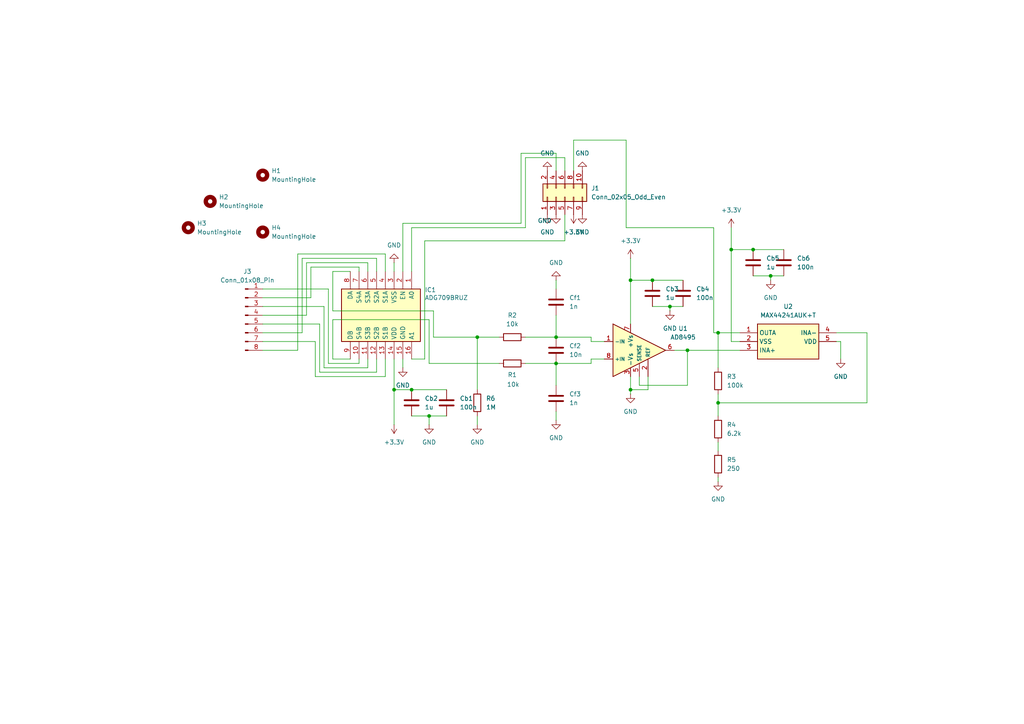
<source format=kicad_sch>
(kicad_sch (version 20231120) (generator "eeschema") (generator_version "8.0")
  (paper "A4")
  (lib_symbols
    (symbol "ADG709BRUZ:ADG709BRUZ"
      (property "Reference" "IC" (at 21.59 7.62 0))
      (property "Value" "ADG709BRUZ" (at 21.59 5.08 0))
      (symbol "ADG709BRUZ_1_1"
        (rectangle (start 5.08 2.54) (end 20.32 -20.32) (stroke (width 0.254)) (fill (type background)))
        (pin passive line (at 0 0 0) (length 5.08) (name "A0") (number "1"))
        (pin passive line (at 25.4 -15.24 180) (length 5.08) (name "S4B") (number "10"))
        (pin passive line (at 25.4 -12.7 180) (length 5.08) (name "S3B") (number "11"))
        (pin passive line (at 25.4 -10.16 180) (length 5.08) (name "S2B") (number "12"))
        (pin passive line (at 25.4 -7.62 180) (length 5.08) (name "S1B") (number "13"))
        (pin passive line (at 25.4 -5.08 180) (length 5.08) (name "VDD") (number "14"))
        (pin passive line (at 25.4 -2.54 180) (length 5.08) (name "GND") (number "15"))
        (pin passive line (at 25.4 0 180) (length 5.08) (name "A1") (number "16"))
        (pin passive line (at 0 -2.54 0) (length 5.08) (name "EN") (number "2"))
        (pin passive line (at 0 -5.08 0) (length 5.08) (name "VSS") (number "3"))
        (pin passive line (at 0 -7.62 0) (length 5.08) (name "S1A") (number "4"))
        (pin passive line (at 0 -10.16 0) (length 5.08) (name "S2A") (number "5"))
        (pin passive line (at 0 -12.7 0) (length 5.08) (name "S3A") (number "6"))
        (pin passive line (at 0 -15.24 0) (length 5.08) (name "S4A") (number "7"))
        (pin passive line (at 0 -17.78 0) (length 5.08) (name "DA") (number "8"))
        (pin passive line (at 25.4 -17.78 180) (length 5.08) (name "DB") (number "9"))
      )
    )
    (symbol "Connector:Conn_01x08_Pin" (pin_names (offset 1.016) hide)
      (property "Reference" "J" (at 0 10.16 0))
      (property "Value" "Conn_01x08_Pin" (at 0 -12.7 0))
      (symbol "Conn_01x08_Pin_1_1"
        (polyline (pts (xy 1.27 -10.16) (xy 0.8636 -10.16)) (stroke (width 0.1524)))
        (polyline (pts (xy 1.27 -7.62) (xy 0.8636 -7.62)) (stroke (width 0.1524)))
        (polyline (pts (xy 1.27 -5.08) (xy 0.8636 -5.08)) (stroke (width 0.1524)))
        (polyline (pts (xy 1.27 -2.54) (xy 0.8636 -2.54)) (stroke (width 0.1524)))
        (polyline (pts (xy 1.27 0) (xy 0.8636 0)) (stroke (width 0.1524)))
        (polyline (pts (xy 1.27 2.54) (xy 0.8636 2.54)) (stroke (width 0.1524)))
        (polyline (pts (xy 1.27 5.08) (xy 0.8636 5.08)) (stroke (width 0.1524)))
        (polyline (pts (xy 1.27 7.62) (xy 0.8636 7.62)) (stroke (width 0.1524)))
        (rectangle (start 0.8636 -10.033) (end 0 -10.287) (stroke (width 0.1524)) (fill (type outline)))
        (rectangle (start 0.8636 -7.493) (end 0 -7.747) (stroke (width 0.1524)) (fill (type outline)))
        (rectangle (start 0.8636 -4.953) (end 0 -5.207) (stroke (width 0.1524)) (fill (type outline)))
        (rectangle (start 0.8636 -2.413) (end 0 -2.667) (stroke (width 0.1524)) (fill (type outline)))
        (rectangle (start 0.8636 0.127) (end 0 -0.127) (stroke (width 0.1524)) (fill (type outline)))
        (rectangle (start 0.8636 2.667) (end 0 2.413) (stroke (width 0.1524)) (fill (type outline)))
        (rectangle (start 0.8636 5.207) (end 0 4.953) (stroke (width 0.1524)) (fill (type outline)))
        (rectangle (start 0.8636 7.747) (end 0 7.493) (stroke (width 0.1524)) (fill (type outline)))
        (pin passive line (at 5.08 7.62 180) (length 3.81) (name "Pin_1") (number "1"))
        (pin passive line (at 5.08 5.08 180) (length 3.81) (name "Pin_2") (number "2"))
        (pin passive line (at 5.08 2.54 180) (length 3.81) (name "Pin_3") (number "3"))
        (pin passive line (at 5.08 0 180) (length 3.81) (name "Pin_4") (number "4"))
        (pin passive line (at 5.08 -2.54 180) (length 3.81) (name "Pin_5") (number "5"))
        (pin passive line (at 5.08 -5.08 180) (length 3.81) (name "Pin_6") (number "6"))
        (pin passive line (at 5.08 -7.62 180) (length 3.81) (name "Pin_7") (number "7"))
        (pin passive line (at 5.08 -10.16 180) (length 3.81) (name "Pin_8") (number "8"))
      )
    )
    (symbol "Connector_Generic:Conn_02x05_Odd_Even" (pin_names (offset 1.016) hide)
      (property "Reference" "J" (at 1.27 7.62 0))
      (property "Value" "Conn_02x05_Odd_Even" (at 1.27 -7.62 0))
      (symbol "Conn_02x05_Odd_Even_1_1"
        (rectangle (start -1.27 -4.953) (end 0 -5.207) (stroke (width 0.1524)))
        (rectangle (start -1.27 -2.413) (end 0 -2.667) (stroke (width 0.1524)))
        (rectangle (start -1.27 0.127) (end 0 -0.127) (stroke (width 0.1524)))
        (rectangle (start -1.27 2.667) (end 0 2.413) (stroke (width 0.1524)))
        (rectangle (start -1.27 5.207) (end 0 4.953) (stroke (width 0.1524)))
        (rectangle (start -1.27 6.35) (end 3.81 -6.35) (stroke (width 0.254)) (fill (type background)))
        (rectangle (start 3.81 -4.953) (end 2.54 -5.207) (stroke (width 0.1524)))
        (rectangle (start 3.81 -2.413) (end 2.54 -2.667) (stroke (width 0.1524)))
        (rectangle (start 3.81 0.127) (end 2.54 -0.127) (stroke (width 0.1524)))
        (rectangle (start 3.81 2.667) (end 2.54 2.413) (stroke (width 0.1524)))
        (rectangle (start 3.81 5.207) (end 2.54 4.953) (stroke (width 0.1524)))
        (pin passive line (at -5.08 5.08 0) (length 3.81) (name "Pin_1") (number "1"))
        (pin passive line (at 7.62 -5.08 180) (length 3.81) (name "Pin_10") (number "10"))
        (pin passive line (at 7.62 5.08 180) (length 3.81) (name "Pin_2") (number "2"))
        (pin passive line (at -5.08 2.54 0) (length 3.81) (name "Pin_3") (number "3"))
        (pin passive line (at 7.62 2.54 180) (length 3.81) (name "Pin_4") (number "4"))
        (pin passive line (at -5.08 0 0) (length 3.81) (name "Pin_5") (number "5"))
        (pin passive line (at 7.62 0 180) (length 3.81) (name "Pin_6") (number "6"))
        (pin passive line (at -5.08 -2.54 0) (length 3.81) (name "Pin_7") (number "7"))
        (pin passive line (at 7.62 -2.54 180) (length 3.81) (name "Pin_8") (number "8"))
        (pin passive line (at -5.08 -5.08 0) (length 3.81) (name "Pin_9") (number "9"))
      )
    )
    (symbol "Device:C" (pin_numbers hide) (pin_names (offset 0.254))
      (property "Reference" "C" (at 0.635 2.54 0))
      (property "Value" "C" (at 0.635 -2.54 0))
      (symbol "C_0_1"
        (polyline (pts (xy -2.032 -0.762) (xy 2.032 -0.762)) (stroke (width 0.508)))
        (polyline (pts (xy -2.032 0.762) (xy 2.032 0.762)) (stroke (width 0.508)))
      )
      (symbol "C_1_1"
        (pin passive line (at 0 3.81 270) (length 2.794) (name "~") (number "1"))
        (pin passive line (at 0 -3.81 90) (length 2.794) (name "~") (number "2"))
      )
    )
    (symbol "Device:R" (pin_numbers hide) (pin_names (offset 0))
      (property "Reference" "R" (at 2.032 0 90))
      (property "Value" "R" (at 0 0 90))
      (symbol "R_0_1"
        (rectangle (start -1.016 -2.54) (end 1.016 2.54) (stroke (width 0.254)))
      )
      (symbol "R_1_1"
        (pin passive line (at 0 3.81 270) (length 1.27) (name "~") (number "1"))
        (pin passive line (at 0 -3.81 90) (length 1.27) (name "~") (number "2"))
      )
    )
    (symbol "MAX44241AUK+T:MAX44241AUK+T"
      (property "Reference" "IC" (at 24.13 7.62 0))
      (property "Value" "MAX44241AUK+T" (at 24.13 5.08 0))
      (symbol "MAX44241AUK+T_1_1"
        (rectangle (start 5.08 2.54) (end 22.86 -7.62) (stroke (width 0.254)) (fill (type background)))
        (pin passive line (at 0 0 0) (length 5.08) (name "OUTA") (number "1"))
        (pin passive line (at 0 -2.54 0) (length 5.08) (name "VSS") (number "2"))
        (pin passive line (at 0 -5.08 0) (length 5.08) (name "INA+") (number "3"))
        (pin passive line (at 27.94 0 180) (length 5.08) (name "INA-") (number "4"))
        (pin passive line (at 27.94 -2.54 180) (length 5.08) (name "VDD") (number "5"))
      )
    )
    (symbol "Mechanical:MountingHole" (pin_names (offset 1.016)) (exclude_from_sim yes) (in_bom no)
      (property "Reference" "H" (at 0 5.08 0))
      (property "Value" "MountingHole" (at 0 3.175 0))
      (symbol "MountingHole_0_1"
        (circle (center 0 0) (radius 1.27) (stroke (width 1.27)))
      )
    )
    (symbol "Sensor_Temperature:AD8495"
      (property "Reference" "U" (at 5.08 3.81 0))
      (property "Value" "AD8495" (at 8.89 -3.81 0))
      (symbol "AD8495_0_1"
        (polyline (pts (xy -7.62 7.62) (xy 7.62 0) (xy -7.62 -7.62) (xy -7.62 7.62)) (stroke (width 0.254)) (fill (type background)))
      )
      (symbol "AD8495_1_1"
        (pin input line (at -10.16 2.54 0) (length 2.54) (name "-IN") (number "1"))
        (pin input line (at 2.54 -7.62 90) (length 5.08) (name "REF") (number "2"))
        (pin power_in line (at -2.54 -7.62 90) (length 2.54) (name "-Vs") (number "3"))
        (pin no_connect line (at -5.08 0 180) (length 2.54) hide (name "NC") (number "4"))
        (pin passive line (at 0 -7.62 90) (length 3.81) (name "SENSE") (number "5"))
        (pin output line (at 10.16 0 180) (length 2.54) (name "~") (number "6"))
        (pin power_in line (at -2.54 7.62 270) (length 2.54) (name "+Vs") (number "7"))
        (pin input line (at -10.16 -2.54 0) (length 2.54) (name "+IN") (number "8"))
      )
    )
    (symbol "power:+3.3V" (power) (pin_numbers hide) (pin_names (offset 0) hide)
      (property "Value" "+3.3V" (at 0 3.556 0))
      (symbol "+3.3V_0_1"
        (polyline (pts (xy -0.762 1.27) (xy 0 2.54)))
        (polyline (pts (xy 0 0) (xy 0 2.54)))
        (polyline (pts (xy 0 2.54) (xy 0.762 1.27)))
      )
      (symbol "+3.3V_1_1"
        (pin power_in line (at 0 0 90) (length 0) (name "~") (number "1"))
      )
    )
    (symbol "power:GND" (power) (pin_numbers hide) (pin_names (offset 0) hide)
      (property "Value" "GND" (at 0 -3.81 0))
      (symbol "GND_0_1"
        (polyline (pts (xy 0 0) (xy 0 -1.27) (xy 1.27 -1.27) (xy 0 -2.54) (xy -1.27 -1.27) (xy 0 -1.27)))
      )
      (symbol "GND_1_1"
        (pin power_in line (at 0 0 270) (length 0) (name "~") (number "1"))
      )
    )
  )
  (junction (at 199.39 101.6))
  (junction (at 223.52 80.01))
  (junction (at 182.88 113.03))
  (junction (at 218.44 72.39))
  (junction (at 208.28 96.52))
  (junction (at 189.23 81.28))
  (junction (at 182.88 81.28))
  (junction (at 208.28 116.84))
  (junction (at 138.43 97.79))
  (junction (at 119.38 113.03))
  (junction (at 124.46 120.65))
  (junction (at 161.29 105.41))
  (junction (at 161.29 97.79))
  (junction (at 194.31 88.9))
  (junction (at 212.09 72.39))
  (junction (at 114.3 113.03))
  (wire (pts (xy 182.88 113.03) (xy 187.96 113.03)))
  (wire (pts (xy 243.84 99.06) (xy 243.84 104.14)))
  (wire (pts (xy 207.01 96.52) (xy 207.01 66.04)))
  (wire (pts (xy 96.52 92.71) (xy 124.46 92.71)))
  (wire (pts (xy 208.28 138.43) (xy 208.28 139.7)))
  (wire (pts (xy 93.98 106.68) (xy 106.68 106.68)))
  (wire (pts (xy 76.2 96.52) (xy 87.63 96.52)))
  (wire (pts (xy 151.13 44.45) (xy 151.13 64.77)))
  (wire (pts (xy 161.29 119.38) (xy 161.29 121.92)))
  (wire (pts (xy 87.63 96.52) (xy 87.63 74.93)))
  (wire (pts (xy 114.3 113.03) (xy 119.38 113.03)))
  (wire (pts (xy 194.31 88.9) (xy 194.31 90.17)))
  (wire (pts (xy 95.25 83.82) (xy 95.25 105.41)))
  (wire (pts (xy 123.19 104.14) (xy 123.19 69.85)))
  (wire (pts (xy 163.83 49.53) (xy 163.83 45.72)))
  (wire (pts (xy 242.57 99.06) (xy 243.84 99.06)))
  (wire (pts (xy 96.52 104.14) (xy 101.6 104.14)))
  (wire (pts (xy 106.68 76.2) (xy 106.68 78.74)))
  (wire (pts (xy 124.46 92.71) (xy 124.46 105.41)))
  (wire (pts (xy 181.61 66.04) (xy 207.01 66.04)))
  (wire (pts (xy 95.25 105.41) (xy 104.14 105.41)))
  (wire (pts (xy 182.88 81.28) (xy 189.23 81.28)))
  (wire (pts (xy 124.46 120.65) (xy 124.46 123.19)))
  (wire (pts (xy 207.01 96.52) (xy 208.28 96.52)))
  (wire (pts (xy 88.9 76.2) (xy 106.68 76.2)))
  (wire (pts (xy 251.46 96.52) (xy 251.46 116.84)))
  (wire (pts (xy 189.23 81.28) (xy 198.12 81.28)))
  (wire (pts (xy 208.28 116.84) (xy 208.28 120.65)))
  (wire (pts (xy 214.63 99.06) (xy 212.09 99.06)))
  (wire (pts (xy 125.73 97.79) (xy 138.43 97.79)))
  (wire (pts (xy 208.28 96.52) (xy 214.63 96.52)))
  (wire (pts (xy 152.4 45.72) (xy 152.4 66.04)))
  (wire (pts (xy 152.4 45.72) (xy 163.83 45.72)))
  (wire (pts (xy 161.29 105.41) (xy 171.45 105.41)))
  (wire (pts (xy 152.4 105.41) (xy 161.29 105.41)))
  (wire (pts (xy 187.96 109.22) (xy 187.96 113.03)))
  (wire (pts (xy 119.38 78.74) (xy 119.38 66.04)))
  (wire (pts (xy 161.29 44.45) (xy 161.29 49.53)))
  (wire (pts (xy 195.58 101.6) (xy 199.39 101.6)))
  (wire (pts (xy 96.52 78.74) (xy 96.52 90.17)))
  (wire (pts (xy 161.29 91.44) (xy 161.29 97.79)))
  (wire (pts (xy 119.38 104.14) (xy 123.19 104.14)))
  (wire (pts (xy 116.84 64.77) (xy 116.84 78.74)))
  (wire (pts (xy 109.22 107.95) (xy 109.22 104.14)))
  (wire (pts (xy 104.14 105.41) (xy 104.14 104.14)))
  (wire (pts (xy 124.46 105.41) (xy 144.78 105.41)))
  (wire (pts (xy 101.6 78.74) (xy 96.52 78.74)))
  (wire (pts (xy 76.2 101.6) (xy 86.36 101.6)))
  (wire (pts (xy 90.17 77.47) (xy 104.14 77.47)))
  (wire (pts (xy 182.88 113.03) (xy 182.88 114.3)))
  (wire (pts (xy 106.68 106.68) (xy 106.68 104.14)))
  (wire (pts (xy 175.26 99.06) (xy 171.45 99.06)))
  (wire (pts (xy 104.14 77.47) (xy 104.14 78.74)))
  (wire (pts (xy 212.09 66.04) (xy 212.09 72.39)))
  (wire (pts (xy 161.29 44.45) (xy 151.13 44.45)))
  (wire (pts (xy 223.52 80.01) (xy 227.33 80.01)))
  (wire (pts (xy 199.39 111.76) (xy 199.39 101.6)))
  (wire (pts (xy 76.2 91.44) (xy 88.9 91.44)))
  (wire (pts (xy 161.29 97.79) (xy 171.45 97.79)))
  (wire (pts (xy 223.52 80.01) (xy 223.52 81.28)))
  (wire (pts (xy 76.2 99.06) (xy 91.44 99.06)))
  (wire (pts (xy 111.76 73.66) (xy 111.76 78.74)))
  (wire (pts (xy 194.31 88.9) (xy 198.12 88.9)))
  (wire (pts (xy 185.42 109.22) (xy 185.42 111.76)))
  (wire (pts (xy 208.28 114.3) (xy 208.28 116.84)))
  (wire (pts (xy 208.28 116.84) (xy 251.46 116.84)))
  (wire (pts (xy 212.09 72.39) (xy 212.09 99.06)))
  (wire (pts (xy 199.39 101.6) (xy 214.63 101.6)))
  (wire (pts (xy 92.71 93.98) (xy 92.71 107.95)))
  (wire (pts (xy 111.76 109.22) (xy 111.76 104.14)))
  (wire (pts (xy 76.2 83.82) (xy 95.25 83.82)))
  (wire (pts (xy 119.38 120.65) (xy 124.46 120.65)))
  (wire (pts (xy 76.2 88.9) (xy 93.98 88.9)))
  (wire (pts (xy 138.43 97.79) (xy 138.43 113.03)))
  (wire (pts (xy 119.38 113.03) (xy 129.54 113.03)))
  (wire (pts (xy 218.44 72.39) (xy 227.33 72.39)))
  (wire (pts (xy 161.29 81.28) (xy 161.29 83.82)))
  (wire (pts (xy 96.52 90.17) (xy 125.73 90.17)))
  (wire (pts (xy 93.98 88.9) (xy 93.98 106.68)))
  (wire (pts (xy 171.45 104.14) (xy 171.45 105.41)))
  (wire (pts (xy 91.44 109.22) (xy 111.76 109.22)))
  (wire (pts (xy 185.42 111.76) (xy 199.39 111.76)))
  (wire (pts (xy 151.13 64.77) (xy 116.84 64.77)))
  (wire (pts (xy 90.17 86.36) (xy 90.17 77.47)))
  (wire (pts (xy 109.22 74.93) (xy 109.22 78.74)))
  (wire (pts (xy 116.84 104.14) (xy 116.84 106.68)))
  (wire (pts (xy 163.83 62.23) (xy 163.83 69.85)))
  (wire (pts (xy 161.29 105.41) (xy 161.29 111.76)))
  (wire (pts (xy 166.37 40.64) (xy 181.61 40.64)))
  (wire (pts (xy 125.73 90.17) (xy 125.73 97.79)))
  (wire (pts (xy 119.38 66.04) (xy 152.4 66.04)))
  (wire (pts (xy 189.23 88.9) (xy 194.31 88.9)))
  (wire (pts (xy 163.83 69.85) (xy 123.19 69.85)))
  (wire (pts (xy 96.52 104.14) (xy 96.52 92.71)))
  (wire (pts (xy 114.3 76.2) (xy 114.3 78.74)))
  (wire (pts (xy 86.36 73.66) (xy 86.36 101.6)))
  (wire (pts (xy 76.2 86.36) (xy 90.17 86.36)))
  (wire (pts (xy 88.9 91.44) (xy 88.9 76.2)))
  (wire (pts (xy 171.45 99.06) (xy 171.45 97.79)))
  (wire (pts (xy 242.57 96.52) (xy 251.46 96.52)))
  (wire (pts (xy 182.88 81.28) (xy 182.88 93.98)))
  (wire (pts (xy 181.61 40.64) (xy 181.61 66.04)))
  (wire (pts (xy 166.37 49.53) (xy 166.37 40.64)))
  (wire (pts (xy 212.09 72.39) (xy 218.44 72.39)))
  (wire (pts (xy 182.88 74.93) (xy 182.88 81.28)))
  (wire (pts (xy 76.2 93.98) (xy 92.71 93.98)))
  (wire (pts (xy 114.3 104.14) (xy 114.3 113.03)))
  (wire (pts (xy 152.4 97.79) (xy 161.29 97.79)))
  (wire (pts (xy 218.44 80.01) (xy 223.52 80.01)))
  (wire (pts (xy 114.3 113.03) (xy 114.3 123.19)))
  (wire (pts (xy 138.43 97.79) (xy 144.78 97.79)))
  (wire (pts (xy 182.88 109.22) (xy 182.88 113.03)))
  (wire (pts (xy 91.44 99.06) (xy 91.44 109.22)))
  (wire (pts (xy 208.28 128.27) (xy 208.28 130.81)))
  (wire (pts (xy 175.26 104.14) (xy 171.45 104.14)))
  (wire (pts (xy 138.43 120.65) (xy 138.43 123.19)))
  (wire (pts (xy 87.63 74.93) (xy 109.22 74.93)))
  (wire (pts (xy 92.71 107.95) (xy 109.22 107.95)))
  (wire (pts (xy 208.28 106.68) (xy 208.28 96.52)))
  (wire (pts (xy 124.46 120.65) (xy 129.54 120.65)))
  (wire (pts (xy 111.76 73.66) (xy 86.36 73.66)))
  (symbol (lib_id "power:+3.3V") (at 182.88 74.93 0) (unit 1)
    (property "Reference" "#PWR014" (effects (hide yes)))
    (property "Value" "+3.3V" (at 182.88 69.85 0))
    (property "Description" "Power symbol creates a global label with name \"+3.3V\"" (effects (hide yes)))
  )
  (symbol (lib_id "power:GND") (at 158.75 62.23 0) (unit 1)
    (property "Reference" "#PWR011" (effects (hide yes)))
    (property "Value" "GND" (at 158.75 67.31 0))
    (property "Description" "Power symbol creates a global label with name \"GND\" , ground" (effects (hide yes)))
  )
  (symbol (lib_id "power:GND") (at 182.88 114.3 0) (unit 1)
    (property "Reference" "#PWR08" (effects (hide yes)))
    (property "Value" "GND" (at 182.88 119.38 0))
    (property "Description" "Power symbol creates a global label with name \"GND\" , ground" (effects (hide yes)))
  )
  (symbol (lib_id "power:+3.3V") (at 212.09 66.04 0) (unit 1)
    (property "Reference" "#PWR020" (effects (hide yes)))
    (property "Value" "+3.3V" (at 212.09 60.96 0))
    (property "Description" "Power symbol creates a global label with name \"+3.3V\"" (effects (hide yes)))
  )
  (symbol (lib_id "power:GND") (at 158.75 49.53 180) (unit 1)
    (property "Reference" "#PWR018" (effects (hide yes)))
    (property "Value" "GND" (at 158.75 44.45 0))
    (property "Description" "Power symbol creates a global label with name \"GND\" , ground" (effects (hide yes)))
  )
  (symbol (lib_id "power:GND") (at 168.91 49.53 180) (unit 1)
    (property "Reference" "#PWR017" (effects (hide yes)))
    (property "Value" "GND" (at 168.91 44.45 0))
    (property "Description" "Power symbol creates a global label with name \"GND\" , ground" (effects (hide yes)))
  )
  (symbol (lib_id "power:GND") (at 243.84 104.14 0) (unit 1)
    (property "Reference" "#PWR012" (effects (hide yes)))
    (property "Value" "GND" (at 243.84 109.22 0))
    (property "Description" "Power symbol creates a global label with name \"GND\" , ground" (effects (hide yes)))
  )
  (symbol (lib_id "ADG709BRUZ:ADG709BRUZ") (at 119.38 78.74 270) (unit 1)
    (property "Reference" "IC1" (at 123.19 84.074 90) (effects (justify left)))
    (property "Value" "ADG709BRUZ" (at 123.19 86.36 90) (effects (justify left)))
    (property "Footprint" "Package_SO:TSSOP-16_4.4x5mm_P0.65mm" (effects (hide yes)))
    (property "Datasheet" "http://www.analog.com/static/imported-files/data_sheets/ADG708_709.pdf" (effects (hide yes)))
    (property "Description" "ADG709BRUZ, Analogue Switch Single 4:1, 3, 5V, 16-Pin, TSSOP" (effects (hide yes)))
    (property "Height" "1.2" (effects (hide yes)))
    (property "Manufacturer_Name" "Analog Devices" (effects (hide yes)))
    (property "Manufacturer_Part_Number" "ADG709BRUZ" (effects (hide yes)))
    (property "Mouser Part Number" "584-ADG709BRUZ" (effects (hide yes)))
    (property "Mouser Price/Stock" "https://www.mouser.co.uk/ProductDetail/Analog-Devices/ADG709BRUZ?qs=BpaRKvA4VqHyxPzJKAwGNQ%3D%3D" (effects (hide yes)))
    (property "Arrow Part Number" "ADG709BRUZ" (effects (hide yes)))
    (property "Arrow Price/Stock" "https://www.arrow.com/en/products/adg709bruz/analog-devices?region=nac" (effects (hide yes)))
  )
  (symbol (lib_id "Device:R") (at 148.59 105.41 90) (unit 1)
    (property "Reference" "R1" (at 148.59 108.712 90))
    (property "Value" "10k" (at 148.844 111.506 90))
    (property "Footprint" "Resistor_SMD:R_0402_1005Metric" (effects (hide yes)))
    (property "Description" "Resistor" (effects (hide yes)))
  )
  (symbol (lib_id "power:GND") (at 114.3 76.2 180) (unit 1)
    (property "Reference" "#PWR04" (effects (hide yes)))
    (property "Value" "GND" (at 114.3 71.12 0))
    (property "Description" "Power symbol creates a global label with name \"GND\" , ground" (effects (hide yes)))
  )
  (symbol (lib_id "Device:C") (at 119.38 116.84 0) (unit 1)
    (property "Reference" "Cb2" (at 123.19 115.5699 0) (effects (justify left)))
    (property "Value" "1u" (at 123.19 118.1099 0) (effects (justify left)))
    (property "Footprint" "Capacitor_SMD:C_0402_1005Metric" (effects (hide yes)))
    (property "Description" "Unpolarized capacitor" (effects (hide yes)))
  )
  (symbol (lib_id "power:GND") (at 168.91 62.23 0) (unit 1)
    (property "Reference" "#PWR016" (effects (hide yes)))
    (property "Value" "GND" (at 168.91 67.31 0))
    (property "Description" "Power symbol creates a global label with name \"GND\" , ground" (effects (hide yes)))
  )
  (symbol (lib_id "Mechanical:MountingHole") (at 60.96 58.42 0) (unit 1) (exclude_from_sim yes) (in_bom no)
    (property "Reference" "H2" (at 63.5 57.1499 0) (effects (justify left)))
    (property "Value" "MountingHole" (at 63.5 59.6899 0) (effects (justify left)))
    (property "Footprint" "MountingHole:MountingHole_2.2mm_M2_DIN965_Pad_TopBottom" (effects (hide yes)))
    (property "Description" "Mounting Hole without connection" (effects (hide yes)))
  )
  (symbol (lib_id "Device:R") (at 208.28 134.62 0) (unit 1)
    (property "Reference" "R5" (at 210.82 133.3499 0) (effects (justify left)))
    (property "Value" "250" (at 210.82 135.8899 0) (effects (justify left)))
    (property "Footprint" "Resistor_SMD:R_0402_1005Metric" (effects (hide yes)))
    (property "Description" "Resistor" (effects (hide yes)))
  )
  (symbol (lib_id "Device:R") (at 208.28 124.46 0) (unit 1)
    (property "Reference" "R4" (at 210.82 123.1899 0) (effects (justify left)))
    (property "Value" "6.2k" (at 210.82 125.7299 0) (effects (justify left)))
    (property "Footprint" "Resistor_SMD:R_0603_1608Metric" (effects (hide yes)))
    (property "Description" "Resistor" (effects (hide yes)))
  )
  (symbol (lib_id "power:GND") (at 194.31 90.17 0) (unit 1)
    (property "Reference" "#PWR010" (effects (hide yes)))
    (property "Value" "GND" (at 194.31 95.25 0))
    (property "Description" "Power symbol creates a global label with name \"GND\" , ground" (effects (hide yes)))
  )
  (symbol (lib_id "power:GND") (at 223.52 81.28 0) (unit 1)
    (property "Reference" "#PWR021" (effects (hide yes)))
    (property "Value" "GND" (at 223.52 86.36 0))
    (property "Description" "Power symbol creates a global label with name \"GND\" , ground" (effects (hide yes)))
  )
  (symbol (lib_id "Device:C") (at 161.29 101.6 0) (unit 1)
    (property "Reference" "Cf2" (at 165.1 100.3299 0) (effects (justify left)))
    (property "Value" "10n" (at 165.1 102.8699 0) (effects (justify left)))
    (property "Footprint" "Capacitor_SMD:C_0603_1608Metric" (effects (hide yes)))
    (property "Description" "Unpolarized capacitor" (effects (hide yes)))
  )
  (symbol (lib_id "Mechanical:MountingHole") (at 54.61 66.04 0) (unit 1) (exclude_from_sim yes) (in_bom no)
    (property "Reference" "H3" (at 57.15 64.7699 0) (effects (justify left)))
    (property "Value" "MountingHole" (at 57.15 67.3099 0) (effects (justify left)))
    (property "Footprint" "MountingHole:MountingHole_2.2mm_M2_DIN965_Pad_TopBottom" (effects (hide yes)))
    (property "Description" "Mounting Hole without connection" (effects (hide yes)))
  )
  (symbol (lib_id "Device:C") (at 129.54 116.84 0) (unit 1)
    (property "Reference" "Cb1" (at 133.35 115.5699 0) (effects (justify left)))
    (property "Value" "100n" (at 133.35 118.1099 0) (effects (justify left)))
    (property "Footprint" "Capacitor_SMD:C_0402_1005Metric" (effects (hide yes)))
    (property "Description" "Unpolarized capacitor" (effects (hide yes)))
  )
  (symbol (lib_id "power:GND") (at 138.43 123.19 0) (unit 1)
    (property "Reference" "#PWR03" (effects (hide yes)))
    (property "Value" "GND" (at 138.43 128.27 0))
    (property "Description" "Power symbol creates a global label with name \"GND\" , ground" (effects (hide yes)))
  )
  (symbol (lib_id "power:+3.3V") (at 166.37 62.23 180) (unit 1)
    (property "Reference" "#PWR015" (effects (hide yes)))
    (property "Value" "+3.3V" (at 166.37 67.31 0))
    (property "Description" "Power symbol creates a global label with name \"+3.3V\"" (effects (hide yes)))
  )
  (symbol (lib_id "Device:C") (at 218.44 76.2 0) (unit 1)
    (property "Reference" "Cb5" (at 222.25 74.9299 0) (effects (justify left)))
    (property "Value" "1u" (at 222.25 77.4699 0) (effects (justify left)))
    (property "Footprint" "Capacitor_SMD:C_0402_1005Metric" (effects (hide yes)))
    (property "Description" "Unpolarized capacitor" (effects (hide yes)))
  )
  (symbol (lib_id "Mechanical:MountingHole") (at 76.2 50.8 0) (unit 1) (exclude_from_sim yes) (in_bom no)
    (property "Reference" "H1" (at 78.74 49.5299 0) (effects (justify left)))
    (property "Value" "MountingHole" (at 78.74 52.0699 0) (effects (justify left)))
    (property "Footprint" "MountingHole:MountingHole_2.2mm_M2_DIN965_Pad_TopBottom" (effects (hide yes)))
    (property "Description" "Mounting Hole without connection" (effects (hide yes)))
  )
  (symbol (lib_id "power:+3.3V") (at 114.3 123.19 180) (unit 1)
    (property "Reference" "#PWR013" (effects (hide yes)))
    (property "Value" "+3.3V" (at 114.3 128.27 0))
    (property "Description" "Power symbol creates a global label with name \"+3.3V\"" (effects (hide yes)))
  )
  (symbol (lib_id "power:GND") (at 161.29 81.28 180) (unit 1)
    (property "Reference" "#PWR06" (effects (hide yes)))
    (property "Value" "GND" (at 161.29 76.2 0))
    (property "Description" "Power symbol creates a global label with name \"GND\" , ground" (effects (hide yes)))
  )
  (symbol (lib_id "Device:R") (at 148.59 97.79 90) (unit 1)
    (property "Reference" "R2" (at 148.59 91.44 90))
    (property "Value" "10k" (at 148.59 93.98 90))
    (property "Footprint" "Resistor_SMD:R_0402_1005Metric" (effects (hide yes)))
    (property "Description" "Resistor" (effects (hide yes)))
  )
  (symbol (lib_id "Device:C") (at 227.33 76.2 0) (unit 1)
    (property "Reference" "Cb6" (at 231.14 74.9299 0) (effects (justify left)))
    (property "Value" "100n" (at 231.14 77.4699 0) (effects (justify left)))
    (property "Footprint" "Capacitor_SMD:C_0402_1005Metric" (effects (hide yes)))
    (property "Description" "Unpolarized capacitor" (effects (hide yes)))
  )
  (symbol (lib_id "Device:C") (at 198.12 85.09 0) (unit 1)
    (property "Reference" "Cb4" (at 201.93 83.8199 0) (effects (justify left)))
    (property "Value" "100n" (at 201.93 86.3599 0) (effects (justify left)))
    (property "Footprint" "Capacitor_SMD:C_0402_1005Metric" (effects (hide yes)))
    (property "Description" "Unpolarized capacitor" (effects (hide yes)))
  )
  (symbol (lib_id "Device:R") (at 208.28 110.49 0) (unit 1)
    (property "Reference" "R3" (at 210.82 109.2199 0) (effects (justify left)))
    (property "Value" "100k" (at 210.82 111.7599 0) (effects (justify left)))
    (property "Footprint" "Resistor_SMD:R_0402_1005Metric" (effects (hide yes)))
    (property "Description" "Resistor" (effects (hide yes)))
  )
  (symbol (lib_id "Device:C") (at 161.29 87.63 0) (unit 1)
    (property "Reference" "Cf1" (at 165.1 86.3599 0) (effects (justify left)))
    (property "Value" "1n" (at 165.1 88.8999 0) (effects (justify left)))
    (property "Footprint" "Capacitor_SMD:C_0603_1608Metric" (effects (hide yes)))
    (property "Description" "Unpolarized capacitor" (effects (hide yes)))
  )
  (symbol (lib_id "Device:C") (at 161.29 115.57 0) (unit 1)
    (property "Reference" "Cf3" (at 165.1 114.2999 0) (effects (justify left)))
    (property "Value" "1n" (at 165.1 116.8399 0) (effects (justify left)))
    (property "Footprint" "Capacitor_SMD:C_0603_1608Metric" (effects (hide yes)))
    (property "Description" "Unpolarized capacitor" (effects (hide yes)))
  )
  (symbol (lib_id "Connector:Conn_01x08_Pin") (at 71.12 91.44 0) (unit 1)
    (property "Reference" "J3" (at 71.755 78.74 0))
    (property "Value" "Conn_01x08_Pin" (at 71.755 81.28 0))
    (property "Footprint" "Connector_PinHeader_2.54mm:PinHeader_1x08_P2.54mm_Horizontal" (effects (hide yes)))
    (property "Description" "Generic connector, single row, 01x08, script generated" (effects (hide yes)))
  )
  (symbol (lib_id "Device:C") (at 189.23 85.09 0) (unit 1)
    (property "Reference" "Cb3" (at 193.04 83.8199 0) (effects (justify left)))
    (property "Value" "1u" (at 193.04 86.3599 0) (effects (justify left)))
    (property "Footprint" "Capacitor_SMD:C_0402_1005Metric" (effects (hide yes)))
    (property "Description" "Unpolarized capacitor" (effects (hide yes)))
  )
  (symbol (lib_id "Device:R") (at 138.43 116.84 0) (unit 1)
    (property "Reference" "R6" (at 140.97 115.5699 0) (effects (justify left)))
    (property "Value" "1M" (at 140.97 118.1099 0) (effects (justify left)))
    (property "Footprint" "Resistor_SMD:R_0402_1005Metric" (effects (hide yes)))
    (property "Description" "Resistor" (effects (hide yes)))
  )
  (symbol (lib_id "power:GND") (at 208.28 139.7 0) (unit 1)
    (property "Reference" "#PWR09" (effects (hide yes)))
    (property "Value" "GND" (at 208.28 144.78 0))
    (property "Description" "Power symbol creates a global label with name \"GND\" , ground" (effects (hide yes)))
  )
  (symbol (lib_id "power:GND") (at 161.29 62.23 0) (unit 1)
    (property "Reference" "#PWR07" (effects (hide yes)))
    (property "Value" "GND" (at 157.988 64.008 0))
    (property "Description" "Power symbol creates a global label with name \"GND\" , ground" (effects (hide yes)))
  )
  (symbol (lib_id "MAX44241AUK+T:MAX44241AUK+T") (at 214.63 96.52 0) (unit 1)
    (property "Reference" "U2" (at 228.6 88.9 0))
    (property "Value" "MAX44241AUK+T" (at 228.6 91.44 0))
    (property "Footprint" "Package_TO_SOT_SMD:SOT-23-5" (effects (hide yes)))
    (property "Datasheet" "https://datasheets.maximintegrated.com/en/ds/MAX44241-MAX44246.pdf" (effects (hide yes)))
    (property "Description" "Precision Amplifiers 36V Low-Noise Prec Dual Op Amp" (effects (hide yes)))
    (property "Height" "1.45" (effects (hide yes)))
    (property "Manufacturer_Name" "Analog Devices" (effects (hide yes)))
    (property "Manufacturer_Part_Number" "MAX44241AUK+T" (effects (hide yes)))
    (property "Mouser Part Number" "700-MAX44241AUK+T" (effects (hide yes)))
    (property "Mouser Price/Stock" "https://www.mouser.co.uk/ProductDetail/Analog-Devices-Maxim-Integrated/MAX44241AUK%2bT?qs=jKHy77vQLH0CNASLlhmTtA%3D%3D" (effects (hide yes)))
  )
  (symbol (lib_id "Sensor_Temperature:AD8495") (at 185.42 101.6 0) (unit 1)
    (property "Reference" "U1" (at 198.12 95.2814 0))
    (property "Value" "AD8495" (at 198.12 97.8214 0))
    (property "Footprint" "Package_SO:MSOP-8_3x3mm_P0.65mm" (effects (hide yes)))
    (property "Datasheet" "https://www.analog.com/media/en/technical-documentation/data-sheets/ad8494_8495_8496_8497.pdf" (effects (hide yes)))
    (property "Description" "Precision Thermocouple Amplifiers with Cold Junction Compensation, K-Type Thermocouple, 0 to 50C, MSOP-8" (effects (hide yes)))
  )
  (symbol (lib_id "Connector_Generic:Conn_02x05_Odd_Even") (at 163.83 57.15 90) (unit 1)
    (property "Reference" "J1" (at 171.45 54.6099 90) (effects (justify right)))
    (property "Value" "Conn_02x05_Odd_Even" (at 171.45 57.1499 90) (effects (justify right)))
    (property "Footprint" "Connector_PinHeader_2.54mm:PinHeader_2x05_P2.54mm_Horizontal" (effects (hide yes)))
    (property "Description" "Generic connector, double row, 02x05, odd/even pin numbering scheme (row 1 odd numbers, row 2 even numbers), script generated (kicad-library-utils/schlib/autogen/connector/)" (effects (hide yes)))
  )
  (symbol (lib_id "power:GND") (at 124.46 123.19 0) (unit 1)
    (property "Reference" "#PWR01" (effects (hide yes)))
    (property "Value" "GND" (at 124.46 128.27 0))
    (property "Description" "Power symbol creates a global label with name \"GND\" , ground" (effects (hide yes)))
  )
  (symbol (lib_id "power:GND") (at 116.84 106.68 0) (unit 1)
    (property "Reference" "#PWR02" (effects (hide yes)))
    (property "Value" "GND" (at 116.84 111.76 0))
    (property "Description" "Power symbol creates a global label with name \"GND\" , ground" (effects (hide yes)))
  )
  (symbol (lib_id "power:GND") (at 161.29 121.92 0) (unit 1)
    (property "Reference" "#PWR05" (effects (hide yes)))
    (property "Value" "GND" (at 161.29 127 0))
    (property "Description" "Power symbol creates a global label with name \"GND\" , ground" (effects (hide yes)))
  )
  (symbol (lib_id "Mechanical:MountingHole") (at 76.2 67.31 0) (unit 1) (exclude_from_sim yes) (in_bom no)
    (property "Reference" "H4" (at 78.74 66.0399 0) (effects (justify left)))
    (property "Value" "MountingHole" (at 78.74 68.5799 0) (effects (justify left)))
    (property "Footprint" "MountingHole:MountingHole_2.2mm_M2_DIN965_Pad_TopBottom" (effects (hide yes)))
    (property "Description" "Mounting Hole without connection" (effects (hide yes)))
  )
)
</source>
